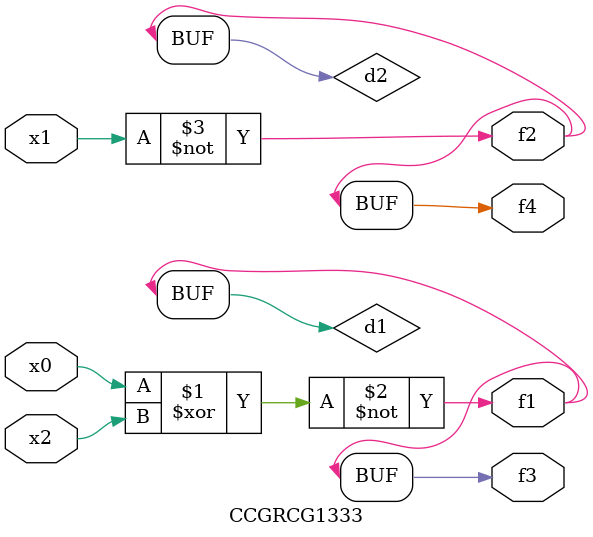
<source format=v>
module CCGRCG1333(
	input x0, x1, x2,
	output f1, f2, f3, f4
);

	wire d1, d2, d3;

	xnor (d1, x0, x2);
	nand (d2, x1);
	nor (d3, x1, x2);
	assign f1 = d1;
	assign f2 = d2;
	assign f3 = d1;
	assign f4 = d2;
endmodule

</source>
